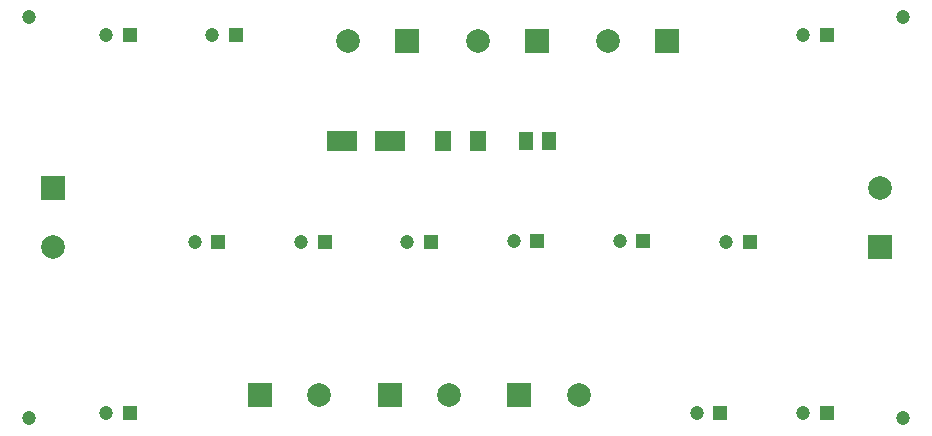
<source format=gts>
G04*
G04 #@! TF.GenerationSoftware,Altium Limited,Altium Designer,23.2.1 (34)*
G04*
G04 Layer_Color=8388736*
%FSLAX44Y44*%
%MOMM*%
G71*
G04*
G04 #@! TF.SameCoordinates,8A9164C7-5861-4A14-A232-5D20C8E6C238*
G04*
G04*
G04 #@! TF.FilePolarity,Negative*
G04*
G01*
G75*
%ADD13R,1.3561X1.8098*%
%ADD14R,1.3061X1.5098*%
%ADD15R,2.5000X1.7000*%
%ADD16C,1.2032*%
%ADD17C,1.2000*%
%ADD18R,1.2000X1.2000*%
%ADD19C,2.0000*%
%ADD20R,2.0000X2.0000*%
%ADD21R,2.0000X2.0000*%
D13*
X379989Y265000D02*
D03*
X410011D02*
D03*
D14*
X450239D02*
D03*
X469761D02*
D03*
D15*
X335000D02*
D03*
X295000D02*
D03*
D16*
X30000Y370000D02*
D03*
Y30000D02*
D03*
X770000Y370000D02*
D03*
Y30000D02*
D03*
D17*
X530000Y180000D02*
D03*
X170000Y179500D02*
D03*
X440000Y180000D02*
D03*
X260000Y179500D02*
D03*
X620000D02*
D03*
X350000D02*
D03*
X95000Y354500D02*
D03*
X185000Y355000D02*
D03*
X95000Y34500D02*
D03*
X685000Y35000D02*
D03*
X595000Y34500D02*
D03*
X685000Y354500D02*
D03*
D18*
X550000Y180000D02*
D03*
X190000Y179500D02*
D03*
X460000Y180000D02*
D03*
X280000Y179500D02*
D03*
X640000D02*
D03*
X370000D02*
D03*
X115000Y354500D02*
D03*
X205000Y355000D02*
D03*
X115000Y34500D02*
D03*
X705000Y35000D02*
D03*
X615000Y34500D02*
D03*
X705000Y354500D02*
D03*
D19*
X50000Y175000D02*
D03*
X300000Y350000D02*
D03*
X275000Y50000D02*
D03*
X385000D02*
D03*
X495000D02*
D03*
X750000Y225000D02*
D03*
X520000Y350000D02*
D03*
X410000D02*
D03*
D20*
X50000Y225000D02*
D03*
X750000Y175000D02*
D03*
D21*
X350000Y350000D02*
D03*
X225000Y50000D02*
D03*
X335000D02*
D03*
X445000D02*
D03*
X570000Y350000D02*
D03*
X460000D02*
D03*
M02*

</source>
